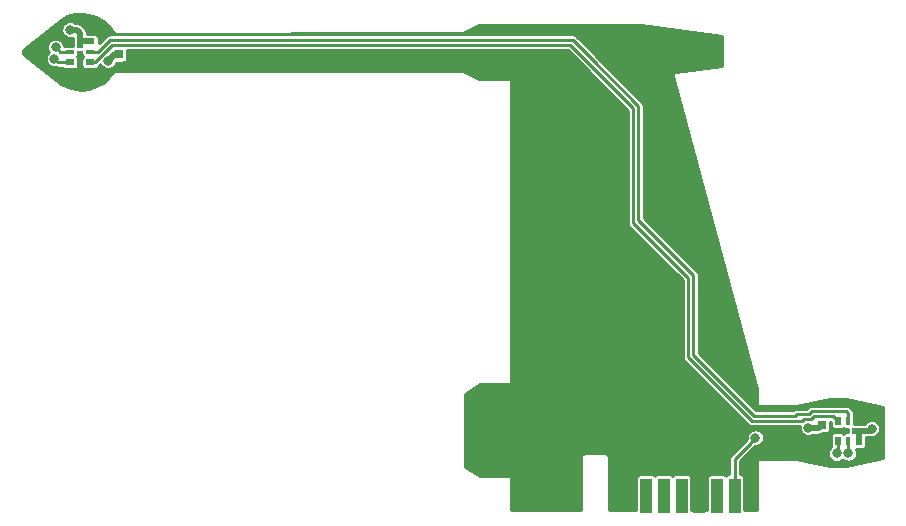
<source format=gbr>
G04 #@! TF.GenerationSoftware,KiCad,Pcbnew,(5.1.5)-3*
G04 #@! TF.CreationDate,2021-01-14T21:29:06-05:00*
G04 #@! TF.ProjectId,Wing,57696e67-2e6b-4696-9361-645f70636258,rev?*
G04 #@! TF.SameCoordinates,Original*
G04 #@! TF.FileFunction,Copper,L2,Bot*
G04 #@! TF.FilePolarity,Positive*
%FSLAX46Y46*%
G04 Gerber Fmt 4.6, Leading zero omitted, Abs format (unit mm)*
G04 Created by KiCad (PCBNEW (5.1.5)-3) date 2021-01-14 21:29:06*
%MOMM*%
%LPD*%
G04 APERTURE LIST*
%ADD10R,0.800000X0.500000*%
%ADD11R,0.800000X0.300000*%
%ADD12R,0.500000X1.480000*%
%ADD13R,0.500000X1.000000*%
%ADD14R,0.750000X0.800000*%
%ADD15R,0.800000X0.750000*%
%ADD16R,0.500000X0.800000*%
%ADD17R,0.300000X0.800000*%
%ADD18R,1.480000X0.500000*%
%ADD19R,1.000000X0.500000*%
%ADD20C,0.800000*%
%ADD21R,1.000000X3.000000*%
%ADD22C,0.250000*%
%ADD23C,0.500000*%
%ADD24C,0.254000*%
G04 APERTURE END LIST*
D10*
X108122649Y-59565452D03*
X108122649Y-61365452D03*
D11*
X108122649Y-60465452D03*
D10*
X106422649Y-59565452D03*
X106422649Y-61365452D03*
D11*
X106422649Y-60465452D03*
D12*
X107272649Y-61055452D03*
D13*
X107272649Y-59635452D03*
D14*
X170072649Y-93540452D03*
X170072649Y-92040452D03*
D15*
X110547649Y-60665452D03*
X112047649Y-60665452D03*
D16*
X173222649Y-93390452D03*
X171422649Y-93390452D03*
D17*
X172322649Y-93390452D03*
D16*
X173222649Y-91690452D03*
X171422649Y-91690452D03*
D17*
X172322649Y-91690452D03*
D18*
X171732649Y-92540452D03*
D19*
X173152649Y-92540452D03*
D20*
X155200000Y-99050000D03*
X156700000Y-99050000D03*
D21*
X155200000Y-98050000D03*
X156700000Y-98050000D03*
X159700000Y-98050000D03*
X158200000Y-98050000D03*
D20*
X158200000Y-99050000D03*
X159700000Y-99050000D03*
D21*
X161200000Y-98050000D03*
D20*
X161200000Y-99050000D03*
X162700000Y-99050000D03*
D21*
X162700000Y-98050000D03*
D20*
X168922649Y-92290452D03*
X174297649Y-92365452D03*
X109647649Y-61215452D03*
X106422649Y-58590452D03*
X112947649Y-60640452D03*
X169022649Y-93390452D03*
X163372649Y-93040452D03*
X174297649Y-93440452D03*
X108122649Y-58565452D03*
X108097649Y-62365452D03*
X104222649Y-60465452D03*
X105197649Y-60065452D03*
X105092964Y-61059960D03*
X171323055Y-94469011D03*
X172322649Y-94440452D03*
X164447649Y-93140452D03*
D22*
X173222649Y-92610452D02*
X173152649Y-92540452D01*
D23*
X173222649Y-93390452D02*
X173222649Y-92610452D01*
X169822649Y-92290452D02*
X170072649Y-92040452D01*
X168922649Y-92290452D02*
X169822649Y-92290452D01*
X174122649Y-92540452D02*
X174297649Y-92365452D01*
X173152649Y-92540452D02*
X174122649Y-92540452D01*
X107342649Y-59565452D02*
X107272649Y-59635452D01*
X108122649Y-59565452D02*
X107342649Y-59565452D01*
X110197649Y-60665452D02*
X109647649Y-61215452D01*
X110547649Y-60665452D02*
X110197649Y-60665452D01*
X107272649Y-58885452D02*
X107272649Y-59635452D01*
D22*
X107272649Y-58874767D02*
X107272649Y-58885452D01*
D23*
X106988334Y-58590452D02*
X107272649Y-58874767D01*
X106422649Y-58590452D02*
X106988334Y-58590452D01*
D22*
X106422649Y-60465452D02*
X105597649Y-60465452D01*
X105597649Y-60465452D02*
X105197649Y-60065452D01*
X105398456Y-61365452D02*
X105092964Y-61059960D01*
X106422649Y-61365452D02*
X105398456Y-61365452D01*
X171047648Y-91315451D02*
X171422649Y-91690452D01*
X169184061Y-91565450D02*
X169434060Y-91315451D01*
X168574648Y-91565451D02*
X169184061Y-91565450D01*
X168412137Y-91727962D02*
X168574648Y-91565451D01*
X164173749Y-91727962D02*
X168412137Y-91727962D01*
X169434060Y-91315451D02*
X171047648Y-91315451D01*
X108122649Y-61365452D02*
X108509059Y-61365452D01*
X108509059Y-61365452D02*
X109984049Y-59890462D01*
X154097639Y-65250216D02*
X154097639Y-74940442D01*
X148786249Y-59890462D02*
X150228493Y-61332706D01*
X150228493Y-61332706D02*
X154097639Y-65250216D01*
X158747649Y-79590452D02*
X158747649Y-85929042D01*
X154097639Y-74940442D02*
X158747649Y-79590452D01*
X109984049Y-59890462D02*
X148786249Y-59890462D01*
X158747649Y-85929042D02*
X158747640Y-85929051D01*
X158747640Y-85929051D02*
X158747640Y-86301853D01*
X158747640Y-86301853D02*
X164173749Y-91727962D01*
X169247660Y-90865441D02*
X172147638Y-90865441D01*
X172322649Y-91040452D02*
X172322649Y-91690452D01*
X172147638Y-90865441D02*
X172322649Y-91040452D01*
X168997660Y-91115441D02*
X169247660Y-90865441D01*
X168011250Y-91115441D02*
X168997660Y-91115441D01*
X168261248Y-91115441D02*
X168972649Y-91115441D01*
X168011250Y-91115441D02*
X168261248Y-91115441D01*
X167848739Y-91277952D02*
X168011250Y-91115441D01*
X164360149Y-91277952D02*
X167848739Y-91277952D01*
X154547649Y-74740452D02*
X159197649Y-79390452D01*
X154547649Y-65065452D02*
X154547649Y-74740452D01*
X108122649Y-60465452D02*
X108772649Y-60465452D01*
X108772649Y-60465452D02*
X109797649Y-59440452D01*
X159197649Y-86115452D02*
X164360149Y-91277952D01*
X109797649Y-59440452D02*
X148972649Y-59440452D01*
X159197649Y-79390452D02*
X159197649Y-86115452D01*
X148972649Y-59440452D02*
X150547649Y-61015452D01*
X150547649Y-61015452D02*
X154547649Y-65065452D01*
X171422649Y-93390452D02*
X171422649Y-94369417D01*
X171422649Y-94369417D02*
X171323055Y-94469011D01*
X172322649Y-94440452D02*
X172322649Y-93390452D01*
X164047650Y-93540451D02*
X164047650Y-93565451D01*
X162700000Y-94913101D02*
X162700000Y-99050000D01*
X164047650Y-93565451D02*
X162700000Y-94913101D01*
X164447649Y-93140452D02*
X164047650Y-93540451D01*
D24*
G36*
X108056970Y-57332170D02*
G01*
X108656908Y-57530095D01*
X109206980Y-57840778D01*
X109686225Y-58252385D01*
X110083355Y-58758101D01*
X110104480Y-58791865D01*
X110112134Y-58806177D01*
X110143633Y-58844543D01*
X110182011Y-58876026D01*
X110225794Y-58899417D01*
X110273299Y-58913816D01*
X110310325Y-58917455D01*
X139572676Y-58911359D01*
X139591555Y-58912241D01*
X139609710Y-58909503D01*
X139627976Y-58907700D01*
X139634204Y-58905809D01*
X139640639Y-58904839D01*
X139657900Y-58898616D01*
X139675475Y-58893281D01*
X139692154Y-58884361D01*
X141070541Y-58228375D01*
X142018959Y-58228375D01*
X142019124Y-58228391D01*
X142031025Y-58228375D01*
X142043537Y-58228375D01*
X142043710Y-58228358D01*
X150389354Y-58217138D01*
X154739433Y-58217138D01*
X161623677Y-59131626D01*
X161623673Y-61658776D01*
X157713909Y-62178133D01*
X157709875Y-62178002D01*
X157689384Y-62181391D01*
X157681055Y-62182497D01*
X157677131Y-62183417D01*
X157660900Y-62186101D01*
X157653024Y-62189068D01*
X157644833Y-62190988D01*
X157629850Y-62197797D01*
X157614447Y-62203600D01*
X157607302Y-62208045D01*
X157599642Y-62211527D01*
X157586280Y-62221126D01*
X157572300Y-62229824D01*
X157566157Y-62235581D01*
X157559326Y-62240488D01*
X157548088Y-62252515D01*
X157536080Y-62263768D01*
X157531183Y-62270606D01*
X157525435Y-62276757D01*
X157516758Y-62290747D01*
X157507177Y-62304125D01*
X157503706Y-62311791D01*
X157499271Y-62318942D01*
X157493490Y-62334355D01*
X157486703Y-62349346D01*
X157484795Y-62357538D01*
X157481839Y-62365420D01*
X157479177Y-62381661D01*
X157475444Y-62397692D01*
X157475171Y-62406107D01*
X157473811Y-62414406D01*
X157474368Y-62430857D01*
X157473835Y-62447304D01*
X157475207Y-62455600D01*
X157475492Y-62464016D01*
X157479249Y-62480045D01*
X157479905Y-62484010D01*
X157482075Y-62492100D01*
X157486821Y-62512346D01*
X157488493Y-62516025D01*
X164599798Y-89026125D01*
X164594508Y-90211406D01*
X164593234Y-90224339D01*
X164595610Y-90248468D01*
X164597881Y-90272630D01*
X164598043Y-90273174D01*
X164598099Y-90273739D01*
X164605145Y-90296966D01*
X164612078Y-90320196D01*
X164612343Y-90320697D01*
X164612508Y-90321241D01*
X164623984Y-90342710D01*
X164635283Y-90364078D01*
X164635639Y-90364516D01*
X164635908Y-90365019D01*
X164651312Y-90383789D01*
X164666602Y-90402591D01*
X164667040Y-90402954D01*
X164667399Y-90403391D01*
X164686127Y-90418761D01*
X164704833Y-90434252D01*
X164705332Y-90434521D01*
X164705771Y-90434882D01*
X164727113Y-90446290D01*
X164748506Y-90457848D01*
X164749052Y-90458016D01*
X164749549Y-90458282D01*
X164772586Y-90465270D01*
X164795943Y-90472469D01*
X164796513Y-90472528D01*
X164797051Y-90472691D01*
X164821033Y-90475053D01*
X164845322Y-90477555D01*
X164858270Y-90476338D01*
X167840009Y-90476341D01*
X167853917Y-90477541D01*
X167877033Y-90474981D01*
X167900252Y-90472694D01*
X167913620Y-90468639D01*
X170784013Y-89861467D01*
X172119141Y-89861467D01*
X175282021Y-90512239D01*
X175282017Y-94862069D01*
X172119142Y-95512838D01*
X170772167Y-95512838D01*
X167913706Y-94905691D01*
X167900251Y-94901610D01*
X167877221Y-94899342D01*
X167854126Y-94896765D01*
X167840102Y-94897963D01*
X164837404Y-94897961D01*
X164825598Y-94896745D01*
X164812660Y-94897961D01*
X164812093Y-94897961D01*
X164800289Y-94899124D01*
X164776176Y-94901390D01*
X164775632Y-94901552D01*
X164775068Y-94901608D01*
X164751871Y-94908645D01*
X164728611Y-94915587D01*
X164728110Y-94915852D01*
X164727566Y-94916017D01*
X164706186Y-94927445D01*
X164684729Y-94938791D01*
X164684288Y-94939150D01*
X164683788Y-94939417D01*
X164665083Y-94954768D01*
X164646216Y-94970111D01*
X164645853Y-94970549D01*
X164645416Y-94970908D01*
X164630102Y-94989568D01*
X164614554Y-95008342D01*
X164614283Y-95008844D01*
X164613925Y-95009280D01*
X164602563Y-95030537D01*
X164590959Y-95052015D01*
X164590791Y-95052561D01*
X164590525Y-95053058D01*
X164583537Y-95076095D01*
X164576338Y-95099452D01*
X164576279Y-95100022D01*
X164576116Y-95100560D01*
X164573756Y-95124522D01*
X164572526Y-95136461D01*
X164572523Y-95137033D01*
X164571250Y-95149961D01*
X164572413Y-95161771D01*
X164553996Y-99288459D01*
X163528582Y-99288459D01*
X163528582Y-96550000D01*
X163522268Y-96485897D01*
X163503570Y-96424257D01*
X163473206Y-96367450D01*
X163432343Y-96317657D01*
X163382550Y-96276794D01*
X163325743Y-96246430D01*
X163264103Y-96227732D01*
X163200000Y-96221418D01*
X163152000Y-96221418D01*
X163152000Y-95100324D01*
X164351555Y-93900770D01*
X164368809Y-93886610D01*
X164384532Y-93867452D01*
X164519252Y-93867452D01*
X164659707Y-93839514D01*
X164792013Y-93784711D01*
X164911085Y-93705150D01*
X165012347Y-93603888D01*
X165091908Y-93484816D01*
X165146711Y-93352510D01*
X165174649Y-93212055D01*
X165174649Y-93068849D01*
X165146711Y-92928394D01*
X165091908Y-92796088D01*
X165012347Y-92677016D01*
X164911085Y-92575754D01*
X164792013Y-92496193D01*
X164659707Y-92441390D01*
X164519252Y-92413452D01*
X164376046Y-92413452D01*
X164235591Y-92441390D01*
X164103285Y-92496193D01*
X163984213Y-92575754D01*
X163882951Y-92677016D01*
X163803390Y-92796088D01*
X163748587Y-92928394D01*
X163720649Y-93068849D01*
X163720649Y-93212055D01*
X163722947Y-93223610D01*
X163670007Y-93288119D01*
X163651921Y-93321956D01*
X162396100Y-94577778D01*
X162378841Y-94591942D01*
X162322357Y-94660769D01*
X162299561Y-94703418D01*
X162280386Y-94739292D01*
X162254540Y-94824494D01*
X162245813Y-94913101D01*
X162248000Y-94935306D01*
X162248000Y-96221418D01*
X162200000Y-96221418D01*
X162135897Y-96227732D01*
X162074257Y-96246430D01*
X162017450Y-96276794D01*
X161967657Y-96317657D01*
X161950000Y-96339173D01*
X161932343Y-96317657D01*
X161882550Y-96276794D01*
X161825743Y-96246430D01*
X161764103Y-96227732D01*
X161700000Y-96221418D01*
X160700000Y-96221418D01*
X160635897Y-96227732D01*
X160574257Y-96246430D01*
X160517450Y-96276794D01*
X160467657Y-96317657D01*
X160426794Y-96367450D01*
X160396430Y-96424257D01*
X160377732Y-96485897D01*
X160371418Y-96550000D01*
X160371418Y-99288457D01*
X159028582Y-99288457D01*
X159028582Y-96550000D01*
X159022268Y-96485897D01*
X159003570Y-96424257D01*
X158973206Y-96367450D01*
X158932343Y-96317657D01*
X158882550Y-96276794D01*
X158825743Y-96246430D01*
X158764103Y-96227732D01*
X158700000Y-96221418D01*
X157700000Y-96221418D01*
X157635897Y-96227732D01*
X157574257Y-96246430D01*
X157517450Y-96276794D01*
X157467657Y-96317657D01*
X157450000Y-96339173D01*
X157432343Y-96317657D01*
X157382550Y-96276794D01*
X157325743Y-96246430D01*
X157264103Y-96227732D01*
X157200000Y-96221418D01*
X156200000Y-96221418D01*
X156135897Y-96227732D01*
X156074257Y-96246430D01*
X156017450Y-96276794D01*
X155967657Y-96317657D01*
X155950000Y-96339173D01*
X155932343Y-96317657D01*
X155882550Y-96276794D01*
X155825743Y-96246430D01*
X155764103Y-96227732D01*
X155700000Y-96221418D01*
X154700000Y-96221418D01*
X154635897Y-96227732D01*
X154574257Y-96246430D01*
X154517450Y-96276794D01*
X154467657Y-96317657D01*
X154426794Y-96367450D01*
X154396430Y-96424257D01*
X154377732Y-96485897D01*
X154371418Y-96550000D01*
X154371418Y-99288455D01*
X152019243Y-99288454D01*
X152019246Y-94728159D01*
X152020464Y-94715793D01*
X152019246Y-94703425D01*
X152019246Y-94703418D01*
X152015599Y-94666393D01*
X152001190Y-94618891D01*
X151977790Y-94575113D01*
X151946299Y-94536741D01*
X151907927Y-94505250D01*
X151864149Y-94481850D01*
X151816647Y-94467441D01*
X151767246Y-94462575D01*
X151754868Y-94463794D01*
X149979612Y-94463792D01*
X149967246Y-94462574D01*
X149954878Y-94463792D01*
X149954871Y-94463792D01*
X149917846Y-94467439D01*
X149870344Y-94481848D01*
X149826566Y-94505248D01*
X149788194Y-94536739D01*
X149756703Y-94575111D01*
X149733303Y-94618889D01*
X149718894Y-94666391D01*
X149714028Y-94715792D01*
X149715247Y-94728170D01*
X149715244Y-99288454D01*
X143749648Y-99288452D01*
X143749650Y-96627429D01*
X143750868Y-96615063D01*
X143749650Y-96602695D01*
X143749650Y-96602688D01*
X143746003Y-96565663D01*
X143731594Y-96518161D01*
X143708194Y-96474383D01*
X143676703Y-96436011D01*
X143638331Y-96404520D01*
X143594553Y-96381120D01*
X143547051Y-96366711D01*
X143497650Y-96361845D01*
X143485272Y-96363064D01*
X141100592Y-96363062D01*
X139830514Y-95609825D01*
X139830516Y-89432321D01*
X141104367Y-88628270D01*
X143485288Y-88628270D01*
X143497653Y-88629488D01*
X143510021Y-88628270D01*
X143510029Y-88628270D01*
X143547054Y-88624623D01*
X143594556Y-88610214D01*
X143638334Y-88586814D01*
X143676706Y-88555323D01*
X143708197Y-88516951D01*
X143731597Y-88473173D01*
X143746006Y-88425671D01*
X143750872Y-88376270D01*
X143749652Y-88363884D01*
X143749661Y-63025347D01*
X143750879Y-63012981D01*
X143749661Y-63000613D01*
X143749661Y-63000606D01*
X143746014Y-62963581D01*
X143731605Y-62916079D01*
X143708205Y-62872301D01*
X143676714Y-62833929D01*
X143638342Y-62802438D01*
X143594564Y-62779038D01*
X143547062Y-62764629D01*
X143497661Y-62759763D01*
X143485283Y-62760982D01*
X141070540Y-62760980D01*
X139692192Y-62104991D01*
X139675570Y-62096093D01*
X139657949Y-62090736D01*
X139640641Y-62084496D01*
X139634259Y-62083533D01*
X139628077Y-62081654D01*
X139609757Y-62079838D01*
X139591557Y-62077093D01*
X139572724Y-62077973D01*
X110254659Y-62059805D01*
X110217631Y-62063429D01*
X110170120Y-62077808D01*
X110126328Y-62101181D01*
X110087936Y-62132649D01*
X110056422Y-62171001D01*
X110054780Y-62174068D01*
X109669817Y-62669659D01*
X109198476Y-63078826D01*
X108656640Y-63388647D01*
X108064939Y-63587328D01*
X107445924Y-63667293D01*
X106823158Y-63625502D01*
X106219939Y-63463429D01*
X105681909Y-63200579D01*
X102846138Y-60988357D01*
X104365964Y-60988357D01*
X104365964Y-61131563D01*
X104393902Y-61272018D01*
X104448705Y-61404324D01*
X104528266Y-61523396D01*
X104629528Y-61624658D01*
X104748600Y-61704219D01*
X104880906Y-61759022D01*
X105021361Y-61786960D01*
X105164567Y-61786960D01*
X105210934Y-61777737D01*
X105224646Y-61785066D01*
X105309848Y-61810912D01*
X105398456Y-61819639D01*
X105420661Y-61817452D01*
X105765405Y-61817452D01*
X105790306Y-61847795D01*
X105840099Y-61888658D01*
X105896906Y-61919022D01*
X105958546Y-61937720D01*
X106022649Y-61944034D01*
X106822649Y-61944034D01*
X106886752Y-61937720D01*
X106948392Y-61919022D01*
X107005199Y-61888658D01*
X107054992Y-61847795D01*
X107095855Y-61798002D01*
X107126219Y-61741195D01*
X107144917Y-61679555D01*
X107151231Y-61615452D01*
X107151231Y-61115452D01*
X107144917Y-61051349D01*
X107126219Y-60989709D01*
X107095855Y-60932902D01*
X107054992Y-60883109D01*
X107033476Y-60865452D01*
X107054992Y-60847795D01*
X107095855Y-60798002D01*
X107126219Y-60741195D01*
X107144917Y-60679555D01*
X107151231Y-60615452D01*
X107151231Y-60464034D01*
X107394067Y-60464034D01*
X107394067Y-60615452D01*
X107400381Y-60679555D01*
X107419079Y-60741195D01*
X107449443Y-60798002D01*
X107490306Y-60847795D01*
X107511822Y-60865452D01*
X107490306Y-60883109D01*
X107449443Y-60932902D01*
X107419079Y-60989709D01*
X107400381Y-61051349D01*
X107394067Y-61115452D01*
X107394067Y-61615452D01*
X107400381Y-61679555D01*
X107419079Y-61741195D01*
X107449443Y-61798002D01*
X107490306Y-61847795D01*
X107540099Y-61888658D01*
X107596906Y-61919022D01*
X107658546Y-61937720D01*
X107722649Y-61944034D01*
X108522649Y-61944034D01*
X108586752Y-61937720D01*
X108648392Y-61919022D01*
X108705199Y-61888658D01*
X108754992Y-61847795D01*
X108795855Y-61798002D01*
X108826219Y-61741195D01*
X108844917Y-61679555D01*
X108846090Y-61667644D01*
X108988900Y-61524834D01*
X109003390Y-61559816D01*
X109082951Y-61678888D01*
X109184213Y-61780150D01*
X109303285Y-61859711D01*
X109435591Y-61914514D01*
X109576046Y-61942452D01*
X109719252Y-61942452D01*
X109859707Y-61914514D01*
X109992013Y-61859711D01*
X110111085Y-61780150D01*
X110212347Y-61678888D01*
X110291908Y-61559816D01*
X110346711Y-61427510D01*
X110358343Y-61369034D01*
X110947649Y-61369034D01*
X111011752Y-61362720D01*
X111073392Y-61344022D01*
X111130199Y-61313658D01*
X111179992Y-61272795D01*
X111220855Y-61223002D01*
X111251219Y-61166195D01*
X111269917Y-61104555D01*
X111276231Y-61040452D01*
X111276231Y-60342462D01*
X148599026Y-60342462D01*
X149907938Y-61651375D01*
X153645639Y-65435799D01*
X153645640Y-74918227D01*
X153643452Y-74940442D01*
X153652179Y-75029049D01*
X153678025Y-75114251D01*
X153678026Y-75114252D01*
X153719997Y-75192775D01*
X153776481Y-75261601D01*
X153793735Y-75275761D01*
X158295649Y-79777677D01*
X158295650Y-85906744D01*
X158293453Y-85929051D01*
X158295640Y-85951256D01*
X158295640Y-86279648D01*
X158293453Y-86301853D01*
X158302180Y-86390460D01*
X158328026Y-86475662D01*
X158359778Y-86535066D01*
X158369998Y-86554186D01*
X158426482Y-86623012D01*
X158443736Y-86637172D01*
X163838430Y-92031867D01*
X163852590Y-92049121D01*
X163921416Y-92105605D01*
X163994444Y-92144639D01*
X163999939Y-92147576D01*
X164085141Y-92173422D01*
X164173749Y-92182149D01*
X164195954Y-92179962D01*
X168203384Y-92179962D01*
X168195649Y-92218849D01*
X168195649Y-92362055D01*
X168223587Y-92502510D01*
X168278390Y-92634816D01*
X168357951Y-92753888D01*
X168459213Y-92855150D01*
X168578285Y-92934711D01*
X168710591Y-92989514D01*
X168851046Y-93017452D01*
X168994252Y-93017452D01*
X169134707Y-92989514D01*
X169267013Y-92934711D01*
X169367674Y-92867452D01*
X169794318Y-92867452D01*
X169822649Y-92870242D01*
X169850980Y-92867452D01*
X169850985Y-92867452D01*
X169880694Y-92864526D01*
X169935760Y-92859103D01*
X169980419Y-92845555D01*
X170044525Y-92826109D01*
X170144764Y-92772531D01*
X170149025Y-92769034D01*
X170447649Y-92769034D01*
X170511752Y-92762720D01*
X170573392Y-92744022D01*
X170630199Y-92713658D01*
X170679992Y-92672795D01*
X170720855Y-92623002D01*
X170751219Y-92566195D01*
X170769917Y-92504555D01*
X170776231Y-92440452D01*
X170776231Y-91767451D01*
X170844067Y-91767451D01*
X170844067Y-92090452D01*
X170850381Y-92154555D01*
X170869079Y-92216195D01*
X170899443Y-92273002D01*
X170940306Y-92322795D01*
X170990099Y-92363658D01*
X171046906Y-92394022D01*
X171108546Y-92412720D01*
X171172649Y-92419034D01*
X171672649Y-92419034D01*
X171736752Y-92412720D01*
X171798392Y-92394022D01*
X171855199Y-92363658D01*
X171904992Y-92322795D01*
X171922649Y-92301279D01*
X171940306Y-92322795D01*
X171990099Y-92363658D01*
X172046906Y-92394022D01*
X172108546Y-92412720D01*
X172172649Y-92419034D01*
X172324067Y-92419034D01*
X172324067Y-92661870D01*
X172172649Y-92661870D01*
X172108546Y-92668184D01*
X172046906Y-92686882D01*
X171990099Y-92717246D01*
X171940306Y-92758109D01*
X171922649Y-92779625D01*
X171904992Y-92758109D01*
X171855199Y-92717246D01*
X171798392Y-92686882D01*
X171736752Y-92668184D01*
X171672649Y-92661870D01*
X171172649Y-92661870D01*
X171108546Y-92668184D01*
X171046906Y-92686882D01*
X170990099Y-92717246D01*
X170940306Y-92758109D01*
X170899443Y-92807902D01*
X170869079Y-92864709D01*
X170850381Y-92926349D01*
X170844067Y-92990452D01*
X170844067Y-93790452D01*
X170850381Y-93854555D01*
X170864488Y-93901060D01*
X170859619Y-93904313D01*
X170758357Y-94005575D01*
X170678796Y-94124647D01*
X170623993Y-94256953D01*
X170596055Y-94397408D01*
X170596055Y-94540614D01*
X170623993Y-94681069D01*
X170678796Y-94813375D01*
X170758357Y-94932447D01*
X170859619Y-95033709D01*
X170978691Y-95113270D01*
X171110997Y-95168073D01*
X171251452Y-95196011D01*
X171394658Y-95196011D01*
X171535113Y-95168073D01*
X171667419Y-95113270D01*
X171786491Y-95033709D01*
X171837132Y-94983069D01*
X171859213Y-95005150D01*
X171978285Y-95084711D01*
X172110591Y-95139514D01*
X172251046Y-95167452D01*
X172394252Y-95167452D01*
X172534707Y-95139514D01*
X172667013Y-95084711D01*
X172786085Y-95005150D01*
X172887347Y-94903888D01*
X172966908Y-94784816D01*
X173021711Y-94652510D01*
X173049649Y-94512055D01*
X173049649Y-94368849D01*
X173021711Y-94228394D01*
X172976413Y-94119034D01*
X173472649Y-94119034D01*
X173536752Y-94112720D01*
X173598392Y-94094022D01*
X173655199Y-94063658D01*
X173704992Y-94022795D01*
X173745855Y-93973002D01*
X173776219Y-93916195D01*
X173794917Y-93854555D01*
X173801231Y-93790452D01*
X173801231Y-93117452D01*
X174094318Y-93117452D01*
X174122649Y-93120242D01*
X174150980Y-93117452D01*
X174150985Y-93117452D01*
X174180694Y-93114526D01*
X174235760Y-93109103D01*
X174285473Y-93094022D01*
X174290649Y-93092452D01*
X174369252Y-93092452D01*
X174509707Y-93064514D01*
X174642013Y-93009711D01*
X174761085Y-92930150D01*
X174862347Y-92828888D01*
X174941908Y-92709816D01*
X174996711Y-92577510D01*
X175024649Y-92437055D01*
X175024649Y-92293849D01*
X174996711Y-92153394D01*
X174941908Y-92021088D01*
X174862347Y-91902016D01*
X174761085Y-91800754D01*
X174642013Y-91721193D01*
X174509707Y-91666390D01*
X174369252Y-91638452D01*
X174226046Y-91638452D01*
X174085591Y-91666390D01*
X173953285Y-91721193D01*
X173834213Y-91800754D01*
X173732951Y-91902016D01*
X173691901Y-91963452D01*
X173668710Y-91963452D01*
X173652649Y-91961870D01*
X172801231Y-91961870D01*
X172801231Y-91290452D01*
X172794917Y-91226349D01*
X172776219Y-91164709D01*
X172774649Y-91161772D01*
X172774649Y-91062657D01*
X172776836Y-91040452D01*
X172768109Y-90951844D01*
X172742263Y-90866642D01*
X172737824Y-90858338D01*
X172700292Y-90788119D01*
X172643808Y-90719293D01*
X172626550Y-90705130D01*
X172482961Y-90561541D01*
X172468797Y-90544282D01*
X172399971Y-90487798D01*
X172321448Y-90445827D01*
X172236245Y-90419981D01*
X172169843Y-90413441D01*
X172147638Y-90411254D01*
X172125433Y-90413441D01*
X169269864Y-90413441D01*
X169247659Y-90411254D01*
X169159052Y-90419981D01*
X169139222Y-90425997D01*
X169073850Y-90445827D01*
X168995327Y-90487798D01*
X168926501Y-90544282D01*
X168912341Y-90561537D01*
X168810436Y-90663441D01*
X168033454Y-90663441D01*
X168011249Y-90661254D01*
X167922642Y-90669981D01*
X167906556Y-90674861D01*
X167837440Y-90695827D01*
X167758917Y-90737798D01*
X167690091Y-90794282D01*
X167675930Y-90811537D01*
X167661515Y-90825952D01*
X164547373Y-90825952D01*
X159649649Y-85928229D01*
X159649649Y-79412656D01*
X159651836Y-79390451D01*
X159643109Y-79301844D01*
X159617263Y-79216642D01*
X159592780Y-79170838D01*
X159575292Y-79138119D01*
X159518808Y-79069293D01*
X159501561Y-79055139D01*
X154999649Y-74553229D01*
X154999649Y-65089062D01*
X155001827Y-65068272D01*
X154999649Y-65044657D01*
X154999649Y-65043247D01*
X154997604Y-65022484D01*
X154993650Y-64979612D01*
X154993248Y-64978257D01*
X154993109Y-64976845D01*
X154980580Y-64935544D01*
X154968334Y-64894251D01*
X154967674Y-64892998D01*
X154967263Y-64891642D01*
X154946928Y-64853598D01*
X154926851Y-64815468D01*
X154925960Y-64814368D01*
X154925292Y-64813119D01*
X154897903Y-64779745D01*
X154884843Y-64763629D01*
X154883859Y-64762633D01*
X154868808Y-64744293D01*
X154852645Y-64731029D01*
X150883863Y-60712638D01*
X150882962Y-60711540D01*
X150868118Y-60696696D01*
X150853636Y-60682033D01*
X150852564Y-60681142D01*
X149307972Y-59136552D01*
X149293808Y-59119293D01*
X149224982Y-59062809D01*
X149146459Y-59020838D01*
X149061256Y-58994992D01*
X148994854Y-58988452D01*
X148972649Y-58986265D01*
X148950444Y-58988452D01*
X109819854Y-58988452D01*
X109797649Y-58986265D01*
X109709041Y-58994992D01*
X109691128Y-59000426D01*
X109623839Y-59020838D01*
X109545316Y-59062809D01*
X109476490Y-59119293D01*
X109462330Y-59136547D01*
X108851231Y-59747647D01*
X108851231Y-59315452D01*
X108844917Y-59251349D01*
X108826219Y-59189709D01*
X108795855Y-59132902D01*
X108754992Y-59083109D01*
X108705199Y-59042246D01*
X108648392Y-59011882D01*
X108586752Y-58993184D01*
X108522649Y-58986870D01*
X107849649Y-58986870D01*
X107849649Y-58903095D01*
X107852439Y-58874766D01*
X107841299Y-58761655D01*
X107808305Y-58652890D01*
X107754727Y-58552653D01*
X107700686Y-58486803D01*
X107416373Y-58202490D01*
X107398308Y-58180478D01*
X107310449Y-58108373D01*
X107210210Y-58054795D01*
X107146104Y-58035349D01*
X107101445Y-58021801D01*
X107046379Y-58016378D01*
X107016670Y-58013452D01*
X107016665Y-58013452D01*
X106988334Y-58010662D01*
X106960003Y-58013452D01*
X106867674Y-58013452D01*
X106767013Y-57946193D01*
X106634707Y-57891390D01*
X106494252Y-57863452D01*
X106351046Y-57863452D01*
X106210591Y-57891390D01*
X106078285Y-57946193D01*
X105959213Y-58025754D01*
X105857951Y-58127016D01*
X105778390Y-58246088D01*
X105723587Y-58378394D01*
X105695649Y-58518849D01*
X105695649Y-58662055D01*
X105723587Y-58802510D01*
X105778390Y-58934816D01*
X105857951Y-59053888D01*
X105959213Y-59155150D01*
X106078285Y-59234711D01*
X106210591Y-59289514D01*
X106351046Y-59317452D01*
X106494252Y-59317452D01*
X106634707Y-59289514D01*
X106694067Y-59264926D01*
X106694067Y-59623185D01*
X106692859Y-59635452D01*
X106694067Y-59647719D01*
X106694067Y-59986870D01*
X106022649Y-59986870D01*
X105958546Y-59993184D01*
X105924649Y-60003466D01*
X105924649Y-59993849D01*
X105896711Y-59853394D01*
X105841908Y-59721088D01*
X105762347Y-59602016D01*
X105661085Y-59500754D01*
X105542013Y-59421193D01*
X105409707Y-59366390D01*
X105269252Y-59338452D01*
X105126046Y-59338452D01*
X104985591Y-59366390D01*
X104853285Y-59421193D01*
X104734213Y-59500754D01*
X104632951Y-59602016D01*
X104553390Y-59721088D01*
X104498587Y-59853394D01*
X104470649Y-59993849D01*
X104470649Y-60137055D01*
X104498587Y-60277510D01*
X104553390Y-60409816D01*
X104618111Y-60506679D01*
X104528266Y-60596524D01*
X104448705Y-60715596D01*
X104393902Y-60847902D01*
X104365964Y-60988357D01*
X102846138Y-60988357D01*
X102452582Y-60681339D01*
X102452582Y-60305588D01*
X105627728Y-57748517D01*
X106190692Y-57467320D01*
X106799923Y-57300173D01*
X107430018Y-57254544D01*
X108056970Y-57332170D01*
G37*
X108056970Y-57332170D02*
X108656908Y-57530095D01*
X109206980Y-57840778D01*
X109686225Y-58252385D01*
X110083355Y-58758101D01*
X110104480Y-58791865D01*
X110112134Y-58806177D01*
X110143633Y-58844543D01*
X110182011Y-58876026D01*
X110225794Y-58899417D01*
X110273299Y-58913816D01*
X110310325Y-58917455D01*
X139572676Y-58911359D01*
X139591555Y-58912241D01*
X139609710Y-58909503D01*
X139627976Y-58907700D01*
X139634204Y-58905809D01*
X139640639Y-58904839D01*
X139657900Y-58898616D01*
X139675475Y-58893281D01*
X139692154Y-58884361D01*
X141070541Y-58228375D01*
X142018959Y-58228375D01*
X142019124Y-58228391D01*
X142031025Y-58228375D01*
X142043537Y-58228375D01*
X142043710Y-58228358D01*
X150389354Y-58217138D01*
X154739433Y-58217138D01*
X161623677Y-59131626D01*
X161623673Y-61658776D01*
X157713909Y-62178133D01*
X157709875Y-62178002D01*
X157689384Y-62181391D01*
X157681055Y-62182497D01*
X157677131Y-62183417D01*
X157660900Y-62186101D01*
X157653024Y-62189068D01*
X157644833Y-62190988D01*
X157629850Y-62197797D01*
X157614447Y-62203600D01*
X157607302Y-62208045D01*
X157599642Y-62211527D01*
X157586280Y-62221126D01*
X157572300Y-62229824D01*
X157566157Y-62235581D01*
X157559326Y-62240488D01*
X157548088Y-62252515D01*
X157536080Y-62263768D01*
X157531183Y-62270606D01*
X157525435Y-62276757D01*
X157516758Y-62290747D01*
X157507177Y-62304125D01*
X157503706Y-62311791D01*
X157499271Y-62318942D01*
X157493490Y-62334355D01*
X157486703Y-62349346D01*
X157484795Y-62357538D01*
X157481839Y-62365420D01*
X157479177Y-62381661D01*
X157475444Y-62397692D01*
X157475171Y-62406107D01*
X157473811Y-62414406D01*
X157474368Y-62430857D01*
X157473835Y-62447304D01*
X157475207Y-62455600D01*
X157475492Y-62464016D01*
X157479249Y-62480045D01*
X157479905Y-62484010D01*
X157482075Y-62492100D01*
X157486821Y-62512346D01*
X157488493Y-62516025D01*
X164599798Y-89026125D01*
X164594508Y-90211406D01*
X164593234Y-90224339D01*
X164595610Y-90248468D01*
X164597881Y-90272630D01*
X164598043Y-90273174D01*
X164598099Y-90273739D01*
X164605145Y-90296966D01*
X164612078Y-90320196D01*
X164612343Y-90320697D01*
X164612508Y-90321241D01*
X164623984Y-90342710D01*
X164635283Y-90364078D01*
X164635639Y-90364516D01*
X164635908Y-90365019D01*
X164651312Y-90383789D01*
X164666602Y-90402591D01*
X164667040Y-90402954D01*
X164667399Y-90403391D01*
X164686127Y-90418761D01*
X164704833Y-90434252D01*
X164705332Y-90434521D01*
X164705771Y-90434882D01*
X164727113Y-90446290D01*
X164748506Y-90457848D01*
X164749052Y-90458016D01*
X164749549Y-90458282D01*
X164772586Y-90465270D01*
X164795943Y-90472469D01*
X164796513Y-90472528D01*
X164797051Y-90472691D01*
X164821033Y-90475053D01*
X164845322Y-90477555D01*
X164858270Y-90476338D01*
X167840009Y-90476341D01*
X167853917Y-90477541D01*
X167877033Y-90474981D01*
X167900252Y-90472694D01*
X167913620Y-90468639D01*
X170784013Y-89861467D01*
X172119141Y-89861467D01*
X175282021Y-90512239D01*
X175282017Y-94862069D01*
X172119142Y-95512838D01*
X170772167Y-95512838D01*
X167913706Y-94905691D01*
X167900251Y-94901610D01*
X167877221Y-94899342D01*
X167854126Y-94896765D01*
X167840102Y-94897963D01*
X164837404Y-94897961D01*
X164825598Y-94896745D01*
X164812660Y-94897961D01*
X164812093Y-94897961D01*
X164800289Y-94899124D01*
X164776176Y-94901390D01*
X164775632Y-94901552D01*
X164775068Y-94901608D01*
X164751871Y-94908645D01*
X164728611Y-94915587D01*
X164728110Y-94915852D01*
X164727566Y-94916017D01*
X164706186Y-94927445D01*
X164684729Y-94938791D01*
X164684288Y-94939150D01*
X164683788Y-94939417D01*
X164665083Y-94954768D01*
X164646216Y-94970111D01*
X164645853Y-94970549D01*
X164645416Y-94970908D01*
X164630102Y-94989568D01*
X164614554Y-95008342D01*
X164614283Y-95008844D01*
X164613925Y-95009280D01*
X164602563Y-95030537D01*
X164590959Y-95052015D01*
X164590791Y-95052561D01*
X164590525Y-95053058D01*
X164583537Y-95076095D01*
X164576338Y-95099452D01*
X164576279Y-95100022D01*
X164576116Y-95100560D01*
X164573756Y-95124522D01*
X164572526Y-95136461D01*
X164572523Y-95137033D01*
X164571250Y-95149961D01*
X164572413Y-95161771D01*
X164553996Y-99288459D01*
X163528582Y-99288459D01*
X163528582Y-96550000D01*
X163522268Y-96485897D01*
X163503570Y-96424257D01*
X163473206Y-96367450D01*
X163432343Y-96317657D01*
X163382550Y-96276794D01*
X163325743Y-96246430D01*
X163264103Y-96227732D01*
X163200000Y-96221418D01*
X163152000Y-96221418D01*
X163152000Y-95100324D01*
X164351555Y-93900770D01*
X164368809Y-93886610D01*
X164384532Y-93867452D01*
X164519252Y-93867452D01*
X164659707Y-93839514D01*
X164792013Y-93784711D01*
X164911085Y-93705150D01*
X165012347Y-93603888D01*
X165091908Y-93484816D01*
X165146711Y-93352510D01*
X165174649Y-93212055D01*
X165174649Y-93068849D01*
X165146711Y-92928394D01*
X165091908Y-92796088D01*
X165012347Y-92677016D01*
X164911085Y-92575754D01*
X164792013Y-92496193D01*
X164659707Y-92441390D01*
X164519252Y-92413452D01*
X164376046Y-92413452D01*
X164235591Y-92441390D01*
X164103285Y-92496193D01*
X163984213Y-92575754D01*
X163882951Y-92677016D01*
X163803390Y-92796088D01*
X163748587Y-92928394D01*
X163720649Y-93068849D01*
X163720649Y-93212055D01*
X163722947Y-93223610D01*
X163670007Y-93288119D01*
X163651921Y-93321956D01*
X162396100Y-94577778D01*
X162378841Y-94591942D01*
X162322357Y-94660769D01*
X162299561Y-94703418D01*
X162280386Y-94739292D01*
X162254540Y-94824494D01*
X162245813Y-94913101D01*
X162248000Y-94935306D01*
X162248000Y-96221418D01*
X162200000Y-96221418D01*
X162135897Y-96227732D01*
X162074257Y-96246430D01*
X162017450Y-96276794D01*
X161967657Y-96317657D01*
X161950000Y-96339173D01*
X161932343Y-96317657D01*
X161882550Y-96276794D01*
X161825743Y-96246430D01*
X161764103Y-96227732D01*
X161700000Y-96221418D01*
X160700000Y-96221418D01*
X160635897Y-96227732D01*
X160574257Y-96246430D01*
X160517450Y-96276794D01*
X160467657Y-96317657D01*
X160426794Y-96367450D01*
X160396430Y-96424257D01*
X160377732Y-96485897D01*
X160371418Y-96550000D01*
X160371418Y-99288457D01*
X159028582Y-99288457D01*
X159028582Y-96550000D01*
X159022268Y-96485897D01*
X159003570Y-96424257D01*
X158973206Y-96367450D01*
X158932343Y-96317657D01*
X158882550Y-96276794D01*
X158825743Y-96246430D01*
X158764103Y-96227732D01*
X158700000Y-96221418D01*
X157700000Y-96221418D01*
X157635897Y-96227732D01*
X157574257Y-96246430D01*
X157517450Y-96276794D01*
X157467657Y-96317657D01*
X157450000Y-96339173D01*
X157432343Y-96317657D01*
X157382550Y-96276794D01*
X157325743Y-96246430D01*
X157264103Y-96227732D01*
X157200000Y-96221418D01*
X156200000Y-96221418D01*
X156135897Y-96227732D01*
X156074257Y-96246430D01*
X156017450Y-96276794D01*
X155967657Y-96317657D01*
X155950000Y-96339173D01*
X155932343Y-96317657D01*
X155882550Y-96276794D01*
X155825743Y-96246430D01*
X155764103Y-96227732D01*
X155700000Y-96221418D01*
X154700000Y-96221418D01*
X154635897Y-96227732D01*
X154574257Y-96246430D01*
X154517450Y-96276794D01*
X154467657Y-96317657D01*
X154426794Y-96367450D01*
X154396430Y-96424257D01*
X154377732Y-96485897D01*
X154371418Y-96550000D01*
X154371418Y-99288455D01*
X152019243Y-99288454D01*
X152019246Y-94728159D01*
X152020464Y-94715793D01*
X152019246Y-94703425D01*
X152019246Y-94703418D01*
X152015599Y-94666393D01*
X152001190Y-94618891D01*
X151977790Y-94575113D01*
X151946299Y-94536741D01*
X151907927Y-94505250D01*
X151864149Y-94481850D01*
X151816647Y-94467441D01*
X151767246Y-94462575D01*
X151754868Y-94463794D01*
X149979612Y-94463792D01*
X149967246Y-94462574D01*
X149954878Y-94463792D01*
X149954871Y-94463792D01*
X149917846Y-94467439D01*
X149870344Y-94481848D01*
X149826566Y-94505248D01*
X149788194Y-94536739D01*
X149756703Y-94575111D01*
X149733303Y-94618889D01*
X149718894Y-94666391D01*
X149714028Y-94715792D01*
X149715247Y-94728170D01*
X149715244Y-99288454D01*
X143749648Y-99288452D01*
X143749650Y-96627429D01*
X143750868Y-96615063D01*
X143749650Y-96602695D01*
X143749650Y-96602688D01*
X143746003Y-96565663D01*
X143731594Y-96518161D01*
X143708194Y-96474383D01*
X143676703Y-96436011D01*
X143638331Y-96404520D01*
X143594553Y-96381120D01*
X143547051Y-96366711D01*
X143497650Y-96361845D01*
X143485272Y-96363064D01*
X141100592Y-96363062D01*
X139830514Y-95609825D01*
X139830516Y-89432321D01*
X141104367Y-88628270D01*
X143485288Y-88628270D01*
X143497653Y-88629488D01*
X143510021Y-88628270D01*
X143510029Y-88628270D01*
X143547054Y-88624623D01*
X143594556Y-88610214D01*
X143638334Y-88586814D01*
X143676706Y-88555323D01*
X143708197Y-88516951D01*
X143731597Y-88473173D01*
X143746006Y-88425671D01*
X143750872Y-88376270D01*
X143749652Y-88363884D01*
X143749661Y-63025347D01*
X143750879Y-63012981D01*
X143749661Y-63000613D01*
X143749661Y-63000606D01*
X143746014Y-62963581D01*
X143731605Y-62916079D01*
X143708205Y-62872301D01*
X143676714Y-62833929D01*
X143638342Y-62802438D01*
X143594564Y-62779038D01*
X143547062Y-62764629D01*
X143497661Y-62759763D01*
X143485283Y-62760982D01*
X141070540Y-62760980D01*
X139692192Y-62104991D01*
X139675570Y-62096093D01*
X139657949Y-62090736D01*
X139640641Y-62084496D01*
X139634259Y-62083533D01*
X139628077Y-62081654D01*
X139609757Y-62079838D01*
X139591557Y-62077093D01*
X139572724Y-62077973D01*
X110254659Y-62059805D01*
X110217631Y-62063429D01*
X110170120Y-62077808D01*
X110126328Y-62101181D01*
X110087936Y-62132649D01*
X110056422Y-62171001D01*
X110054780Y-62174068D01*
X109669817Y-62669659D01*
X109198476Y-63078826D01*
X108656640Y-63388647D01*
X108064939Y-63587328D01*
X107445924Y-63667293D01*
X106823158Y-63625502D01*
X106219939Y-63463429D01*
X105681909Y-63200579D01*
X102846138Y-60988357D01*
X104365964Y-60988357D01*
X104365964Y-61131563D01*
X104393902Y-61272018D01*
X104448705Y-61404324D01*
X104528266Y-61523396D01*
X104629528Y-61624658D01*
X104748600Y-61704219D01*
X104880906Y-61759022D01*
X105021361Y-61786960D01*
X105164567Y-61786960D01*
X105210934Y-61777737D01*
X105224646Y-61785066D01*
X105309848Y-61810912D01*
X105398456Y-61819639D01*
X105420661Y-61817452D01*
X105765405Y-61817452D01*
X105790306Y-61847795D01*
X105840099Y-61888658D01*
X105896906Y-61919022D01*
X105958546Y-61937720D01*
X106022649Y-61944034D01*
X106822649Y-61944034D01*
X106886752Y-61937720D01*
X106948392Y-61919022D01*
X107005199Y-61888658D01*
X107054992Y-61847795D01*
X107095855Y-61798002D01*
X107126219Y-61741195D01*
X107144917Y-61679555D01*
X107151231Y-61615452D01*
X107151231Y-61115452D01*
X107144917Y-61051349D01*
X107126219Y-60989709D01*
X107095855Y-60932902D01*
X107054992Y-60883109D01*
X107033476Y-60865452D01*
X107054992Y-60847795D01*
X107095855Y-60798002D01*
X107126219Y-60741195D01*
X107144917Y-60679555D01*
X107151231Y-60615452D01*
X107151231Y-60464034D01*
X107394067Y-60464034D01*
X107394067Y-60615452D01*
X107400381Y-60679555D01*
X107419079Y-60741195D01*
X107449443Y-60798002D01*
X107490306Y-60847795D01*
X107511822Y-60865452D01*
X107490306Y-60883109D01*
X107449443Y-60932902D01*
X107419079Y-60989709D01*
X107400381Y-61051349D01*
X107394067Y-61115452D01*
X107394067Y-61615452D01*
X107400381Y-61679555D01*
X107419079Y-61741195D01*
X107449443Y-61798002D01*
X107490306Y-61847795D01*
X107540099Y-61888658D01*
X107596906Y-61919022D01*
X107658546Y-61937720D01*
X107722649Y-61944034D01*
X108522649Y-61944034D01*
X108586752Y-61937720D01*
X108648392Y-61919022D01*
X108705199Y-61888658D01*
X108754992Y-61847795D01*
X108795855Y-61798002D01*
X108826219Y-61741195D01*
X108844917Y-61679555D01*
X108846090Y-61667644D01*
X108988900Y-61524834D01*
X109003390Y-61559816D01*
X109082951Y-61678888D01*
X109184213Y-61780150D01*
X109303285Y-61859711D01*
X109435591Y-61914514D01*
X109576046Y-61942452D01*
X109719252Y-61942452D01*
X109859707Y-61914514D01*
X109992013Y-61859711D01*
X110111085Y-61780150D01*
X110212347Y-61678888D01*
X110291908Y-61559816D01*
X110346711Y-61427510D01*
X110358343Y-61369034D01*
X110947649Y-61369034D01*
X111011752Y-61362720D01*
X111073392Y-61344022D01*
X111130199Y-61313658D01*
X111179992Y-61272795D01*
X111220855Y-61223002D01*
X111251219Y-61166195D01*
X111269917Y-61104555D01*
X111276231Y-61040452D01*
X111276231Y-60342462D01*
X148599026Y-60342462D01*
X149907938Y-61651375D01*
X153645639Y-65435799D01*
X153645640Y-74918227D01*
X153643452Y-74940442D01*
X153652179Y-75029049D01*
X153678025Y-75114251D01*
X153678026Y-75114252D01*
X153719997Y-75192775D01*
X153776481Y-75261601D01*
X153793735Y-75275761D01*
X158295649Y-79777677D01*
X158295650Y-85906744D01*
X158293453Y-85929051D01*
X158295640Y-85951256D01*
X158295640Y-86279648D01*
X158293453Y-86301853D01*
X158302180Y-86390460D01*
X158328026Y-86475662D01*
X158359778Y-86535066D01*
X158369998Y-86554186D01*
X158426482Y-86623012D01*
X158443736Y-86637172D01*
X163838430Y-92031867D01*
X163852590Y-92049121D01*
X163921416Y-92105605D01*
X163994444Y-92144639D01*
X163999939Y-92147576D01*
X164085141Y-92173422D01*
X164173749Y-92182149D01*
X164195954Y-92179962D01*
X168203384Y-92179962D01*
X168195649Y-92218849D01*
X168195649Y-92362055D01*
X168223587Y-92502510D01*
X168278390Y-92634816D01*
X168357951Y-92753888D01*
X168459213Y-92855150D01*
X168578285Y-92934711D01*
X168710591Y-92989514D01*
X168851046Y-93017452D01*
X168994252Y-93017452D01*
X169134707Y-92989514D01*
X169267013Y-92934711D01*
X169367674Y-92867452D01*
X169794318Y-92867452D01*
X169822649Y-92870242D01*
X169850980Y-92867452D01*
X169850985Y-92867452D01*
X169880694Y-92864526D01*
X169935760Y-92859103D01*
X169980419Y-92845555D01*
X170044525Y-92826109D01*
X170144764Y-92772531D01*
X170149025Y-92769034D01*
X170447649Y-92769034D01*
X170511752Y-92762720D01*
X170573392Y-92744022D01*
X170630199Y-92713658D01*
X170679992Y-92672795D01*
X170720855Y-92623002D01*
X170751219Y-92566195D01*
X170769917Y-92504555D01*
X170776231Y-92440452D01*
X170776231Y-91767451D01*
X170844067Y-91767451D01*
X170844067Y-92090452D01*
X170850381Y-92154555D01*
X170869079Y-92216195D01*
X170899443Y-92273002D01*
X170940306Y-92322795D01*
X170990099Y-92363658D01*
X171046906Y-92394022D01*
X171108546Y-92412720D01*
X171172649Y-92419034D01*
X171672649Y-92419034D01*
X171736752Y-92412720D01*
X171798392Y-92394022D01*
X171855199Y-92363658D01*
X171904992Y-92322795D01*
X171922649Y-92301279D01*
X171940306Y-92322795D01*
X171990099Y-92363658D01*
X172046906Y-92394022D01*
X172108546Y-92412720D01*
X172172649Y-92419034D01*
X172324067Y-92419034D01*
X172324067Y-92661870D01*
X172172649Y-92661870D01*
X172108546Y-92668184D01*
X172046906Y-92686882D01*
X171990099Y-92717246D01*
X171940306Y-92758109D01*
X171922649Y-92779625D01*
X171904992Y-92758109D01*
X171855199Y-92717246D01*
X171798392Y-92686882D01*
X171736752Y-92668184D01*
X171672649Y-92661870D01*
X171172649Y-92661870D01*
X171108546Y-92668184D01*
X171046906Y-92686882D01*
X170990099Y-92717246D01*
X170940306Y-92758109D01*
X170899443Y-92807902D01*
X170869079Y-92864709D01*
X170850381Y-92926349D01*
X170844067Y-92990452D01*
X170844067Y-93790452D01*
X170850381Y-93854555D01*
X170864488Y-93901060D01*
X170859619Y-93904313D01*
X170758357Y-94005575D01*
X170678796Y-94124647D01*
X170623993Y-94256953D01*
X170596055Y-94397408D01*
X170596055Y-94540614D01*
X170623993Y-94681069D01*
X170678796Y-94813375D01*
X170758357Y-94932447D01*
X170859619Y-95033709D01*
X170978691Y-95113270D01*
X171110997Y-95168073D01*
X171251452Y-95196011D01*
X171394658Y-95196011D01*
X171535113Y-95168073D01*
X171667419Y-95113270D01*
X171786491Y-95033709D01*
X171837132Y-94983069D01*
X171859213Y-95005150D01*
X171978285Y-95084711D01*
X172110591Y-95139514D01*
X172251046Y-95167452D01*
X172394252Y-95167452D01*
X172534707Y-95139514D01*
X172667013Y-95084711D01*
X172786085Y-95005150D01*
X172887347Y-94903888D01*
X172966908Y-94784816D01*
X173021711Y-94652510D01*
X173049649Y-94512055D01*
X173049649Y-94368849D01*
X173021711Y-94228394D01*
X172976413Y-94119034D01*
X173472649Y-94119034D01*
X173536752Y-94112720D01*
X173598392Y-94094022D01*
X173655199Y-94063658D01*
X173704992Y-94022795D01*
X173745855Y-93973002D01*
X173776219Y-93916195D01*
X173794917Y-93854555D01*
X173801231Y-93790452D01*
X173801231Y-93117452D01*
X174094318Y-93117452D01*
X174122649Y-93120242D01*
X174150980Y-93117452D01*
X174150985Y-93117452D01*
X174180694Y-93114526D01*
X174235760Y-93109103D01*
X174285473Y-93094022D01*
X174290649Y-93092452D01*
X174369252Y-93092452D01*
X174509707Y-93064514D01*
X174642013Y-93009711D01*
X174761085Y-92930150D01*
X174862347Y-92828888D01*
X174941908Y-92709816D01*
X174996711Y-92577510D01*
X175024649Y-92437055D01*
X175024649Y-92293849D01*
X174996711Y-92153394D01*
X174941908Y-92021088D01*
X174862347Y-91902016D01*
X174761085Y-91800754D01*
X174642013Y-91721193D01*
X174509707Y-91666390D01*
X174369252Y-91638452D01*
X174226046Y-91638452D01*
X174085591Y-91666390D01*
X173953285Y-91721193D01*
X173834213Y-91800754D01*
X173732951Y-91902016D01*
X173691901Y-91963452D01*
X173668710Y-91963452D01*
X173652649Y-91961870D01*
X172801231Y-91961870D01*
X172801231Y-91290452D01*
X172794917Y-91226349D01*
X172776219Y-91164709D01*
X172774649Y-91161772D01*
X172774649Y-91062657D01*
X172776836Y-91040452D01*
X172768109Y-90951844D01*
X172742263Y-90866642D01*
X172737824Y-90858338D01*
X172700292Y-90788119D01*
X172643808Y-90719293D01*
X172626550Y-90705130D01*
X172482961Y-90561541D01*
X172468797Y-90544282D01*
X172399971Y-90487798D01*
X172321448Y-90445827D01*
X172236245Y-90419981D01*
X172169843Y-90413441D01*
X172147638Y-90411254D01*
X172125433Y-90413441D01*
X169269864Y-90413441D01*
X169247659Y-90411254D01*
X169159052Y-90419981D01*
X169139222Y-90425997D01*
X169073850Y-90445827D01*
X168995327Y-90487798D01*
X168926501Y-90544282D01*
X168912341Y-90561537D01*
X168810436Y-90663441D01*
X168033454Y-90663441D01*
X168011249Y-90661254D01*
X167922642Y-90669981D01*
X167906556Y-90674861D01*
X167837440Y-90695827D01*
X167758917Y-90737798D01*
X167690091Y-90794282D01*
X167675930Y-90811537D01*
X167661515Y-90825952D01*
X164547373Y-90825952D01*
X159649649Y-85928229D01*
X159649649Y-79412656D01*
X159651836Y-79390451D01*
X159643109Y-79301844D01*
X159617263Y-79216642D01*
X159592780Y-79170838D01*
X159575292Y-79138119D01*
X159518808Y-79069293D01*
X159501561Y-79055139D01*
X154999649Y-74553229D01*
X154999649Y-65089062D01*
X155001827Y-65068272D01*
X154999649Y-65044657D01*
X154999649Y-65043247D01*
X154997604Y-65022484D01*
X154993650Y-64979612D01*
X154993248Y-64978257D01*
X154993109Y-64976845D01*
X154980580Y-64935544D01*
X154968334Y-64894251D01*
X154967674Y-64892998D01*
X154967263Y-64891642D01*
X154946928Y-64853598D01*
X154926851Y-64815468D01*
X154925960Y-64814368D01*
X154925292Y-64813119D01*
X154897903Y-64779745D01*
X154884843Y-64763629D01*
X154883859Y-64762633D01*
X154868808Y-64744293D01*
X154852645Y-64731029D01*
X150883863Y-60712638D01*
X150882962Y-60711540D01*
X150868118Y-60696696D01*
X150853636Y-60682033D01*
X150852564Y-60681142D01*
X149307972Y-59136552D01*
X149293808Y-59119293D01*
X149224982Y-59062809D01*
X149146459Y-59020838D01*
X149061256Y-58994992D01*
X148994854Y-58988452D01*
X148972649Y-58986265D01*
X148950444Y-58988452D01*
X109819854Y-58988452D01*
X109797649Y-58986265D01*
X109709041Y-58994992D01*
X109691128Y-59000426D01*
X109623839Y-59020838D01*
X109545316Y-59062809D01*
X109476490Y-59119293D01*
X109462330Y-59136547D01*
X108851231Y-59747647D01*
X108851231Y-59315452D01*
X108844917Y-59251349D01*
X108826219Y-59189709D01*
X108795855Y-59132902D01*
X108754992Y-59083109D01*
X108705199Y-59042246D01*
X108648392Y-59011882D01*
X108586752Y-58993184D01*
X108522649Y-58986870D01*
X107849649Y-58986870D01*
X107849649Y-58903095D01*
X107852439Y-58874766D01*
X107841299Y-58761655D01*
X107808305Y-58652890D01*
X107754727Y-58552653D01*
X107700686Y-58486803D01*
X107416373Y-58202490D01*
X107398308Y-58180478D01*
X107310449Y-58108373D01*
X107210210Y-58054795D01*
X107146104Y-58035349D01*
X107101445Y-58021801D01*
X107046379Y-58016378D01*
X107016670Y-58013452D01*
X107016665Y-58013452D01*
X106988334Y-58010662D01*
X106960003Y-58013452D01*
X106867674Y-58013452D01*
X106767013Y-57946193D01*
X106634707Y-57891390D01*
X106494252Y-57863452D01*
X106351046Y-57863452D01*
X106210591Y-57891390D01*
X106078285Y-57946193D01*
X105959213Y-58025754D01*
X105857951Y-58127016D01*
X105778390Y-58246088D01*
X105723587Y-58378394D01*
X105695649Y-58518849D01*
X105695649Y-58662055D01*
X105723587Y-58802510D01*
X105778390Y-58934816D01*
X105857951Y-59053888D01*
X105959213Y-59155150D01*
X106078285Y-59234711D01*
X106210591Y-59289514D01*
X106351046Y-59317452D01*
X106494252Y-59317452D01*
X106634707Y-59289514D01*
X106694067Y-59264926D01*
X106694067Y-59623185D01*
X106692859Y-59635452D01*
X106694067Y-59647719D01*
X106694067Y-59986870D01*
X106022649Y-59986870D01*
X105958546Y-59993184D01*
X105924649Y-60003466D01*
X105924649Y-59993849D01*
X105896711Y-59853394D01*
X105841908Y-59721088D01*
X105762347Y-59602016D01*
X105661085Y-59500754D01*
X105542013Y-59421193D01*
X105409707Y-59366390D01*
X105269252Y-59338452D01*
X105126046Y-59338452D01*
X104985591Y-59366390D01*
X104853285Y-59421193D01*
X104734213Y-59500754D01*
X104632951Y-59602016D01*
X104553390Y-59721088D01*
X104498587Y-59853394D01*
X104470649Y-59993849D01*
X104470649Y-60137055D01*
X104498587Y-60277510D01*
X104553390Y-60409816D01*
X104618111Y-60506679D01*
X104528266Y-60596524D01*
X104448705Y-60715596D01*
X104393902Y-60847902D01*
X104365964Y-60988357D01*
X102846138Y-60988357D01*
X102452582Y-60681339D01*
X102452582Y-60305588D01*
X105627728Y-57748517D01*
X106190692Y-57467320D01*
X106799923Y-57300173D01*
X107430018Y-57254544D01*
X108056970Y-57332170D01*
M02*

</source>
